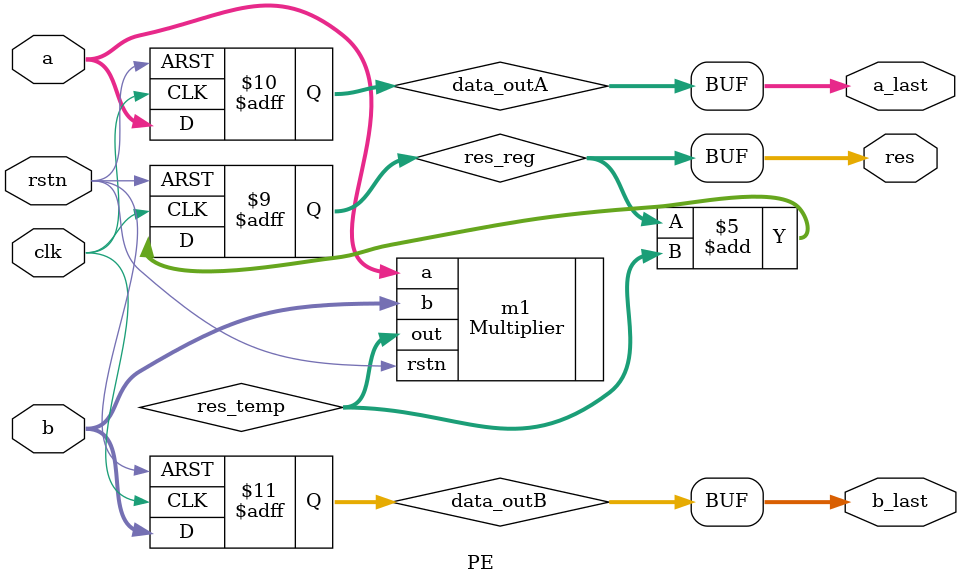
<source format=v>
`timescale 1ns / 1ps


module PE(
a,b,a_last,b_last,res,clk,rstn
    );
input clk,rstn;
input wire[3:0] a;
input wire[3:0] b;
output wire[9:0] res; 
output wire[3:0] a_last;
output wire[3:0] b_last;
wire[7:0] res_temp;
reg[3:0] data_outA = 4'b0;
reg[3:0] data_outB = 4'b0;
reg[9:0] res_reg = 10'b0;
always@(posedge clk or negedge rstn) 
    begin
        if(!rstn)
            begin
                data_outA <= 4'd0;
                data_outB <= 4'd0;
            end
        else
            begin
                data_outA <= a;
                data_outB <= b;
            end
    end
always@(posedge clk or negedge rstn)
    begin
        if(!rstn)
            res_reg <= 10'd0;
        else
            begin
            res_reg <= res_reg + res_temp;
            end
    end
assign a_last = data_outA;
assign b_last = data_outB;
assign res = res_reg;
Multiplier m1(.a(a),.b(b),.out(res_temp),.rstn(rstn));
endmodule



</source>
